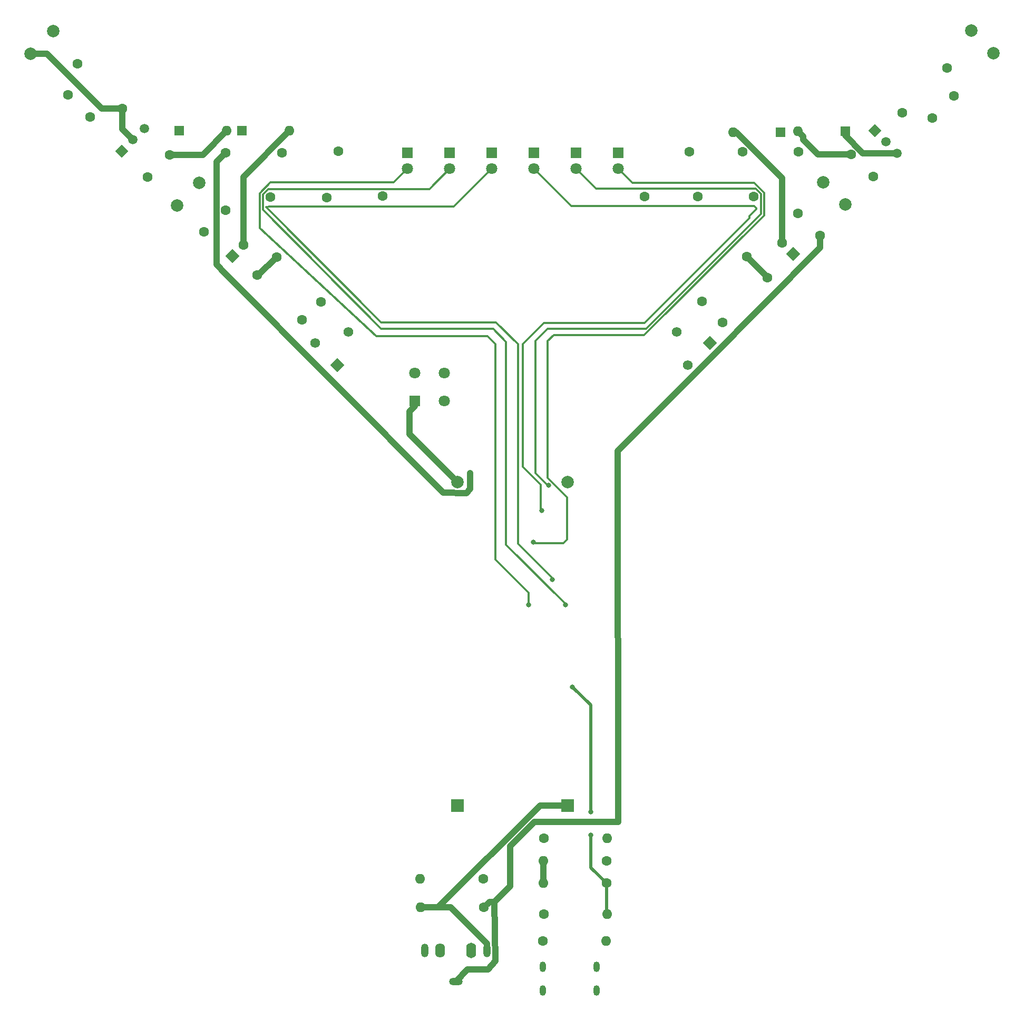
<source format=gbr>
%TF.GenerationSoftware,KiCad,Pcbnew,8.0.7*%
%TF.CreationDate,2025-02-10T18:12:50+08:00*%
%TF.ProjectId,bb-0.4,62622d30-2e34-42e6-9b69-6361645f7063,rev?*%
%TF.SameCoordinates,Original*%
%TF.FileFunction,Copper,L2,Bot*%
%TF.FilePolarity,Positive*%
%FSLAX46Y46*%
G04 Gerber Fmt 4.6, Leading zero omitted, Abs format (unit mm)*
G04 Created by KiCad (PCBNEW 8.0.7) date 2025-02-10 18:12:50*
%MOMM*%
%LPD*%
G01*
G04 APERTURE LIST*
G04 Aperture macros list*
%AMHorizOval*
0 Thick line with rounded ends*
0 $1 width*
0 $2 $3 position (X,Y) of the first rounded end (center of the circle)*
0 $4 $5 position (X,Y) of the second rounded end (center of the circle)*
0 Add line between two ends*
20,1,$1,$2,$3,$4,$5,0*
0 Add two circle primitives to create the rounded ends*
1,1,$1,$2,$3*
1,1,$1,$4,$5*%
%AMRotRect*
0 Rectangle, with rotation*
0 The origin of the aperture is its center*
0 $1 length*
0 $2 width*
0 $3 Rotation angle, in degrees counterclockwise*
0 Add horizontal line*
21,1,$1,$2,0,0,$3*%
G04 Aperture macros list end*
%TA.AperFunction,ComponentPad*%
%ADD10RotRect,1.500000X1.500000X45.000000*%
%TD*%
%TA.AperFunction,ComponentPad*%
%ADD11C,1.500000*%
%TD*%
%TA.AperFunction,ComponentPad*%
%ADD12RotRect,1.500000X1.500000X315.000000*%
%TD*%
%TA.AperFunction,ComponentPad*%
%ADD13R,1.800000X1.800000*%
%TD*%
%TA.AperFunction,ComponentPad*%
%ADD14C,1.800000*%
%TD*%
%TA.AperFunction,ComponentPad*%
%ADD15C,1.600000*%
%TD*%
%TA.AperFunction,ComponentPad*%
%ADD16O,1.600000X1.600000*%
%TD*%
%TA.AperFunction,ComponentPad*%
%ADD17O,1.000000X1.700000*%
%TD*%
%TA.AperFunction,ComponentPad*%
%ADD18R,1.600000X1.600000*%
%TD*%
%TA.AperFunction,ComponentPad*%
%ADD19HorizOval,1.600000X0.000000X0.000000X0.000000X0.000000X0*%
%TD*%
%TA.AperFunction,ComponentPad*%
%ADD20HorizOval,1.600000X0.000000X0.000000X0.000000X0.000000X0*%
%TD*%
%TA.AperFunction,ComponentPad*%
%ADD21HorizOval,1.600000X0.000000X0.000000X0.000000X0.000000X0*%
%TD*%
%TA.AperFunction,ComponentPad*%
%ADD22RotRect,1.600000X1.600000X135.000000*%
%TD*%
%TA.AperFunction,ComponentPad*%
%ADD23RotRect,1.560000X1.560000X135.000000*%
%TD*%
%TA.AperFunction,ComponentPad*%
%ADD24C,1.560000*%
%TD*%
%TA.AperFunction,ComponentPad*%
%ADD25C,2.000000*%
%TD*%
%TA.AperFunction,ComponentPad*%
%ADD26HorizOval,1.600000X0.000000X0.000000X0.000000X0.000000X0*%
%TD*%
%TA.AperFunction,ComponentPad*%
%ADD27RotRect,1.560000X1.560000X225.000000*%
%TD*%
%TA.AperFunction,ComponentPad*%
%ADD28RotRect,1.600000X1.600000X45.000000*%
%TD*%
%TA.AperFunction,ComponentPad*%
%ADD29O,1.600000X2.500000*%
%TD*%
%TA.AperFunction,ComponentPad*%
%ADD30O,1.200000X2.200000*%
%TD*%
%TA.AperFunction,ComponentPad*%
%ADD31O,2.200000X1.200000*%
%TD*%
%TA.AperFunction,ComponentPad*%
%ADD32O,1.600000X2.300000*%
%TD*%
%TA.AperFunction,ComponentPad*%
%ADD33R,2.000000X2.000000*%
%TD*%
%TA.AperFunction,ViaPad*%
%ADD34C,0.800000*%
%TD*%
%TA.AperFunction,Conductor*%
%ADD35C,0.300000*%
%TD*%
%TA.AperFunction,Conductor*%
%ADD36C,0.500000*%
%TD*%
%TA.AperFunction,Conductor*%
%ADD37C,1.000000*%
%TD*%
G04 APERTURE END LIST*
D10*
%TO.P,Q1,1,C*%
%TO.N,Net-(Q1-C)*%
X44658507Y-53450610D03*
D11*
%TO.P,Q1,2,B*%
%TO.N,Net-(Q1-B)*%
X46454558Y-51654559D03*
%TO.P,Q1,3,E*%
%TO.N,GND1*%
X48250609Y-49858508D03*
%TD*%
D12*
%TO.P,Q2,1,C*%
%TO.N,Net-(Q2-C)*%
X165607898Y-50207898D03*
D11*
%TO.P,Q2,2,B*%
%TO.N,Net-(Q2-B)*%
X167403949Y-52003949D03*
%TO.P,Q2,3,E*%
%TO.N,GND2*%
X169200000Y-53800000D03*
%TD*%
D13*
%TO.P,SW1,1,A*%
%TO.N,Net-(Battery1--)*%
X91700000Y-93600000D03*
D14*
%TO.P,SW1,2,B*%
%TO.N,GND1*%
X91700000Y-89100000D03*
%TO.P,SW1,3,A*%
%TO.N,Net-(Battery2--)*%
X96500000Y-93600000D03*
%TO.P,SW1,4,B*%
%TO.N,GND2*%
X96500000Y-89100000D03*
%TD*%
D15*
%TO.P,R19,1*%
%TO.N,Net-(U1-GND)*%
X122500000Y-171110000D03*
D16*
%TO.P,R19,2*%
%TO.N,L-*%
X112340000Y-171110000D03*
%TD*%
D15*
%TO.P,R18,1*%
%TO.N,Net-(U1-ADC)*%
X112430000Y-163920000D03*
D16*
%TO.P,R18,2*%
%TO.N,R+*%
X122590000Y-163920000D03*
%TD*%
%TO.P,R17,2*%
%TO.N,L-*%
X112379999Y-167530000D03*
D15*
%TO.P,R17,1*%
%TO.N,R+*%
X122539999Y-167530000D03*
%TD*%
D17*
%TO.P,J4,S1,SHIELD*%
%TO.N,unconnected-(J4-SHIELD-PadS1)_2*%
X120910000Y-188350000D03*
%TO.N,unconnected-(J4-SHIELD-PadS1)_3*%
X120910000Y-184550000D03*
%TO.N,unconnected-(J4-SHIELD-PadS1)*%
X112270000Y-188350000D03*
%TO.N,unconnected-(J4-SHIELD-PadS1)_1*%
X112270000Y-184550000D03*
%TD*%
D15*
%TO.P,C4,1*%
%TO.N,L+*%
X57832233Y-66467767D03*
%TO.P,C4,2*%
%TO.N,L-*%
X61367767Y-62932233D03*
%TD*%
D18*
%TO.P,D3,1,K*%
%TO.N,GND2*%
X160900000Y-50300000D03*
D16*
%TO.P,D3,2,A*%
%TO.N,Net-(D3-A)*%
X153280000Y-50300000D03*
%TD*%
D15*
%TO.P,R15,1*%
%TO.N,Net-(U1-GND)*%
X144392103Y-53557898D03*
D19*
%TO.P,R15,2*%
%TO.N,Net-(D9-K)*%
X137207898Y-60742103D03*
%TD*%
D15*
%TO.P,R16,1*%
%TO.N,Net-(U1-GND)*%
X153342103Y-53600000D03*
D19*
%TO.P,R16,2*%
%TO.N,Net-(D10-K)*%
X146157898Y-60784205D03*
%TD*%
D15*
%TO.P,R12,1*%
%TO.N,Net-(U1-GND)*%
X70361846Y-53715795D03*
D20*
%TO.P,R12,2*%
%TO.N,Net-(D6-K)*%
X77546051Y-60900000D03*
%TD*%
D13*
%TO.P,D6,1,K*%
%TO.N,Net-(D6-K)*%
X97303673Y-53760000D03*
D14*
%TO.P,D6,2,A*%
%TO.N,Net-(D6-A)*%
X97303673Y-56300000D03*
%TD*%
D18*
%TO.P,D2,1,K*%
%TO.N,Net-(D1-A)*%
X63990001Y-50200000D03*
D16*
%TO.P,D2,2,A*%
%TO.N,Net-(D2-A)*%
X71610001Y-50200000D03*
%TD*%
D15*
%TO.P,R10,1*%
%TO.N,Net-(J4-CC1)*%
X112425000Y-176125000D03*
D16*
%TO.P,R10,2*%
%TO.N,Net-(U1-GND)*%
X122585000Y-176125000D03*
%TD*%
D15*
%TO.P,R13,1*%
%TO.N,Net-(U1-GND)*%
X79415794Y-53515795D03*
D20*
%TO.P,R13,2*%
%TO.N,Net-(D7-K)*%
X86599999Y-60700000D03*
%TD*%
D15*
%TO.P,R1,1*%
%TO.N,Net-(D2-A)*%
X73600000Y-80600000D03*
D21*
%TO.P,R1,2*%
%TO.N,Net-(C1-Pad2)*%
X66415795Y-73415795D03*
%TD*%
D15*
%TO.P,R14,1*%
%TO.N,Net-(U1-GND)*%
X135792103Y-53607898D03*
D19*
%TO.P,R14,2*%
%TO.N,Net-(D8-K)*%
X128607898Y-60792103D03*
%TD*%
D15*
%TO.P,R4,1*%
%TO.N,Net-(C10-Pad1)*%
X145082103Y-70447898D03*
D19*
%TO.P,R4,2*%
%TO.N,Net-(R4-Pad2)*%
X137897898Y-77632103D03*
%TD*%
D15*
%TO.P,C12,1*%
%TO.N,R+*%
X153314466Y-63514466D03*
%TO.P,C12,2*%
%TO.N,L-*%
X156850000Y-67050000D03*
%TD*%
%TO.P,R7,1*%
%TO.N,L-*%
X102710000Y-170420000D03*
D16*
%TO.P,R7,2*%
%TO.N,L+*%
X92550000Y-170420000D03*
%TD*%
D22*
%TO.P,C10,1*%
%TO.N,Net-(C10-Pad1)*%
X152500000Y-70000000D03*
D15*
%TO.P,C10,2*%
%TO.N,Net-(D4-A)*%
X150732233Y-68232233D03*
%TD*%
%TO.P,C11,1*%
%TO.N,Net-(D3-A)*%
X161832233Y-54032233D03*
%TO.P,C11,2*%
%TO.N,Net-(Q2-C)*%
X165367767Y-57567767D03*
%TD*%
D23*
%TO.P,RV1,1,1*%
%TO.N,Net-(R2-Pad2)*%
X79291745Y-87835534D03*
D24*
%TO.P,RV1,2,2*%
X81059512Y-82532233D03*
%TO.P,RV1,3,3*%
%TO.N,L+*%
X75756211Y-84300000D03*
%TD*%
D13*
%TO.P,D5,1,K*%
%TO.N,Net-(D5-K)*%
X90550000Y-53760000D03*
D14*
%TO.P,D5,2,A*%
%TO.N,Net-(D5-A)*%
X90550000Y-56300000D03*
%TD*%
D18*
%TO.P,D4,1,K*%
%TO.N,Net-(D3-A)*%
X150500000Y-50400000D03*
D16*
%TO.P,D4,2,A*%
%TO.N,Net-(D4-A)*%
X142880000Y-50400000D03*
%TD*%
D13*
%TO.P,D10,1,K*%
%TO.N,Net-(D10-K)*%
X124439775Y-53760000D03*
D14*
%TO.P,D10,2,A*%
%TO.N,Net-(D10-A)*%
X124439775Y-56300000D03*
%TD*%
D15*
%TO.P,R11,1*%
%TO.N,Net-(U1-GND)*%
X61307898Y-53707898D03*
D20*
%TO.P,R11,2*%
%TO.N,Net-(D5-K)*%
X68492103Y-60892103D03*
%TD*%
D25*
%TO.P,L4,1,1*%
%TO.N,Net-(Q2-C)*%
X157303949Y-58453949D03*
%TO.P,L4,2,2*%
%TO.N,L-*%
X160896051Y-62046051D03*
%TD*%
D15*
%TO.P,R3,1*%
%TO.N,Net-(D4-A)*%
X141177898Y-80962103D03*
D26*
%TO.P,R3,2*%
%TO.N,Net-(C10-Pad1)*%
X148362103Y-73777898D03*
%TD*%
D18*
%TO.P,D1,1,K*%
%TO.N,GND1*%
X53890000Y-50200000D03*
D16*
%TO.P,D1,2,A*%
%TO.N,Net-(D1-A)*%
X61510000Y-50200000D03*
%TD*%
D15*
%TO.P,R5,1*%
%TO.N,Net-(C1-Pad2)*%
X37507898Y-39407898D03*
D20*
%TO.P,R5,2*%
%TO.N,Net-(Q1-B)*%
X44692103Y-46592103D03*
%TD*%
D15*
%TO.P,C3,1*%
%TO.N,Net-(D1-A)*%
X52335534Y-54064466D03*
%TO.P,C3,2*%
%TO.N,Net-(Q1-C)*%
X48800000Y-57600000D03*
%TD*%
D25*
%TO.P,L1,1,1*%
%TO.N,Net-(C1-Pad2)*%
X33600000Y-34200000D03*
%TO.P,L1,2,2*%
%TO.N,Net-(Q1-B)*%
X30007898Y-37792102D03*
%TD*%
%TO.P,L5,1,1*%
%TO.N,Net-(C10-Pad1)*%
X184700000Y-37700000D03*
%TO.P,L5,2,2*%
%TO.N,Net-(Q2-B)*%
X181107898Y-34107898D03*
%TD*%
D16*
%TO.P,R9,2*%
%TO.N,Net-(U1-GND)*%
X122465000Y-180425000D03*
D15*
%TO.P,R9,1*%
%TO.N,Net-(J4-CC2)*%
X112305000Y-180425000D03*
%TD*%
%TO.P,R6,1*%
%TO.N,Net-(C10-Pad1)*%
X177200000Y-40100000D03*
D19*
%TO.P,R6,2*%
%TO.N,Net-(Q2-B)*%
X170015795Y-47284205D03*
%TD*%
D27*
%TO.P,RV2,1,1*%
%TO.N,Net-(R4-Pad2)*%
X139100000Y-84300000D03*
D24*
%TO.P,RV2,2,2*%
X133796699Y-82532233D03*
%TO.P,RV2,3,3*%
%TO.N,R+*%
X135564466Y-87835534D03*
%TD*%
D28*
%TO.P,C2,1*%
%TO.N,Net-(C1-Pad2)*%
X62447856Y-70352144D03*
D15*
%TO.P,C2,2*%
%TO.N,Net-(D2-A)*%
X64215623Y-68584377D03*
%TD*%
%TO.P,C1,1*%
%TO.N,GND1*%
X39567767Y-47967767D03*
%TO.P,C1,2*%
%TO.N,Net-(C1-Pad2)*%
X36032233Y-44432233D03*
%TD*%
%TO.P,R8,1*%
%TO.N,L-*%
X102840000Y-175020000D03*
D16*
%TO.P,R8,2*%
%TO.N,R+*%
X92680000Y-175020000D03*
%TD*%
D13*
%TO.P,D8,1,K*%
%TO.N,Net-(D8-K)*%
X110839775Y-53760000D03*
D14*
%TO.P,D8,2,A*%
%TO.N,Net-(D8-A)*%
X110839775Y-56300000D03*
%TD*%
D29*
%TO.P,J2,TN*%
%TO.N,unconnected-(J2-PadTN)*%
X100800000Y-181940000D03*
D30*
%TO.P,J2,T*%
%TO.N,R+*%
X103300000Y-181940000D03*
D31*
%TO.P,J2,S*%
%TO.N,L-*%
X98300000Y-186940000D03*
D32*
%TO.P,J2,RN*%
%TO.N,unconnected-(J2-PadRN)*%
X95800000Y-181940000D03*
D30*
%TO.P,J2,R*%
%TO.N,L+*%
X93300000Y-181940000D03*
%TD*%
D13*
%TO.P,D9,1,K*%
%TO.N,Net-(D9-K)*%
X117639775Y-53760000D03*
D14*
%TO.P,D9,2,A*%
%TO.N,Net-(D9-A)*%
X117639775Y-56300000D03*
%TD*%
D13*
%TO.P,D7,1,K*%
%TO.N,Net-(D7-K)*%
X104057346Y-53760000D03*
D14*
%TO.P,D7,2,A*%
%TO.N,Net-(D7-A)*%
X104057346Y-56300000D03*
%TD*%
D15*
%TO.P,R2,1*%
%TO.N,Net-(C1-Pad2)*%
X69507898Y-70507898D03*
D20*
%TO.P,R2,2*%
%TO.N,Net-(R2-Pad2)*%
X76692103Y-77692103D03*
%TD*%
D15*
%TO.P,C8,1*%
%TO.N,GND2*%
X174832233Y-48167767D03*
%TO.P,C8,2*%
%TO.N,Net-(C10-Pad1)*%
X178367767Y-44632233D03*
%TD*%
D25*
%TO.P,L2,1,1*%
%TO.N,Net-(Q1-C)*%
X53503949Y-62196051D03*
%TO.P,L2,2,2*%
%TO.N,L-*%
X57096051Y-58603949D03*
%TD*%
D33*
%TO.P,Battery2,1,+*%
%TO.N,R+*%
X116265225Y-158650000D03*
D25*
%TO.P,Battery2,2,-*%
%TO.N,Net-(Battery2--)*%
X116265225Y-106660000D03*
%TD*%
D33*
%TO.P,Battery1,1,+*%
%TO.N,L+*%
X98570225Y-158650000D03*
D25*
%TO.P,Battery1,2,-*%
%TO.N,Net-(Battery1--)*%
X98570225Y-106660000D03*
%TD*%
D34*
%TO.N,Net-(U1-GND)*%
X117070000Y-139590000D03*
X120010000Y-163350000D03*
X119990000Y-159620000D03*
X100600000Y-105200000D03*
%TO.N,Net-(D8-A)*%
X112100000Y-111200000D03*
%TO.N,Net-(D6-A)*%
X115900000Y-126400000D03*
%TO.N,Net-(D5-A)*%
X110000000Y-126400000D03*
%TO.N,Net-(D7-A)*%
X113800000Y-122300000D03*
%TO.N,Net-(D9-A)*%
X113200000Y-107200000D03*
%TO.N,Net-(D10-A)*%
X110800000Y-116300000D03*
%TD*%
D35*
%TO.N,Net-(D7-A)*%
X113700000Y-122200000D02*
X113800000Y-122300000D01*
X108300000Y-116600000D02*
X113700000Y-122000000D01*
X108300000Y-84500000D02*
X108300000Y-116600000D01*
X104800000Y-81000000D02*
X108300000Y-84500000D01*
X68250000Y-62900000D02*
X86300000Y-81000000D01*
X113700000Y-122000000D02*
X113700000Y-122200000D01*
X68537868Y-62350000D02*
X67810000Y-62450000D01*
X67810000Y-62450000D02*
X68250000Y-62900000D01*
X98000000Y-62350000D02*
X68537868Y-62350000D01*
X99050000Y-61300000D02*
X98000000Y-62350000D01*
X99057346Y-61300000D02*
X99050000Y-61300000D01*
X86300000Y-81000000D02*
X104800000Y-81000000D01*
X104057346Y-56300000D02*
X99057346Y-61300000D01*
D36*
%TO.N,Net-(U1-GND)*%
X119990000Y-142510000D02*
X117070000Y-139590000D01*
X119990000Y-159620000D02*
X119990000Y-142510000D01*
X120010000Y-168620000D02*
X120010000Y-163350000D01*
X122500000Y-171110000D02*
X120010000Y-168620000D01*
D37*
%TO.N,L-*%
X112340000Y-167569999D02*
X112379999Y-167530000D01*
X112340000Y-171110000D02*
X112340000Y-167569999D01*
D36*
%TO.N,Net-(U1-GND)*%
X122500000Y-175560000D02*
X122500000Y-171110000D01*
X122585000Y-176125000D02*
X122585000Y-175645000D01*
X122585000Y-175645000D02*
X122500000Y-175560000D01*
D37*
%TO.N,Net-(Battery1--)*%
X91700000Y-94490000D02*
X91700000Y-93600000D01*
X90900000Y-95290000D02*
X91700000Y-94490000D01*
X98570225Y-106660000D02*
X90900000Y-98989775D01*
X90900000Y-98989775D02*
X90900000Y-95290000D01*
%TO.N,L-*%
X103450000Y-185010000D02*
X100230000Y-185010000D01*
X100230000Y-185010000D02*
X98300000Y-186940000D01*
X104650000Y-183650000D02*
X103450000Y-185010000D01*
X104510000Y-174120000D02*
X104650000Y-183650000D01*
%TO.N,Net-(C10-Pad1)*%
X148362103Y-73727898D02*
X145082103Y-70447898D01*
X148362103Y-73777898D02*
X148362103Y-73727898D01*
%TO.N,R+*%
X103300000Y-180840000D02*
X103300000Y-181940000D01*
X97480000Y-175020000D02*
X103300000Y-180840000D01*
X92680000Y-175020000D02*
X97480000Y-175020000D01*
X95482944Y-175020000D02*
X92680000Y-175020000D01*
X111852944Y-158650000D02*
X95482944Y-175020000D01*
X116265225Y-158650000D02*
X111852944Y-158650000D01*
%TO.N,L-*%
X103740000Y-174120000D02*
X102840000Y-175020000D01*
X110900000Y-161300000D02*
X107020000Y-165180000D01*
X124330225Y-101669775D02*
X124440000Y-161300000D01*
X124440000Y-161300000D02*
X110900000Y-161300000D01*
X138700000Y-87300000D02*
X124330225Y-101669775D01*
X107020000Y-171610000D02*
X104510000Y-174120000D01*
X107020000Y-165180000D02*
X107020000Y-171610000D01*
X156850000Y-67050000D02*
X156850000Y-69020000D01*
X156850000Y-69020000D02*
X138700000Y-87300000D01*
X104510000Y-174120000D02*
X103740000Y-174120000D01*
%TO.N,Net-(C1-Pad2)*%
X66600001Y-73415795D02*
X69507898Y-70507898D01*
X66415795Y-73415795D02*
X66600001Y-73415795D01*
%TO.N,Net-(D2-A)*%
X64215623Y-68584377D02*
X64215623Y-57594378D01*
X64215623Y-57594378D02*
X71610001Y-50200000D01*
%TO.N,Net-(D1-A)*%
X57645534Y-54064466D02*
X61510000Y-50200000D01*
X52335534Y-54064466D02*
X57645534Y-54064466D01*
%TO.N,Net-(U1-GND)*%
X96300000Y-108350000D02*
X96310000Y-108360000D01*
X59867767Y-71729522D02*
X61325717Y-73225717D01*
%TO.N,R+*%
X153342103Y-63486829D02*
X153314466Y-63514466D01*
%TO.N,Net-(U1-GND)*%
X61307898Y-53707898D02*
X59867767Y-55148029D01*
X100600000Y-107800000D02*
X100600000Y-105200000D01*
X122465000Y-176245000D02*
X122585000Y-176125000D01*
X59867767Y-55148029D02*
X59867767Y-71729522D01*
X96310000Y-108360000D02*
X100000000Y-108400000D01*
X61325717Y-73225717D02*
X96300000Y-108350000D01*
X100000000Y-108400000D02*
X100600000Y-107800000D01*
%TO.N,Net-(D4-A)*%
X150732233Y-68232233D02*
X150732233Y-57776707D01*
X143355526Y-50400000D02*
X142880000Y-50400000D01*
X150732233Y-57776707D02*
X143355526Y-50400000D01*
%TO.N,Net-(D3-A)*%
X154100000Y-51600000D02*
X154100000Y-51120000D01*
X154100000Y-51120000D02*
X153280000Y-50300000D01*
X161832233Y-54032233D02*
X156532233Y-54032233D01*
X156532233Y-54032233D02*
X154100000Y-51600000D01*
%TO.N,Net-(Q1-B)*%
X41392103Y-46592103D02*
X44692103Y-46592103D01*
X30007898Y-37792102D02*
X32592102Y-37792102D01*
X32592102Y-37792102D02*
X41392103Y-46592103D01*
X44692103Y-49892104D02*
X46454558Y-51654559D01*
X44692103Y-46592103D02*
X44692103Y-49892104D01*
%TO.N,GND2*%
X169200000Y-53800000D02*
X163721321Y-53800000D01*
X163721321Y-53800000D02*
X160900000Y-50978679D01*
X160900000Y-50978679D02*
X160900000Y-50300000D01*
D35*
%TO.N,Net-(D8-A)*%
X128612546Y-81100000D02*
X112450000Y-81100000D01*
X116200000Y-61650000D02*
X116850000Y-62300000D01*
X145444016Y-63891953D02*
X145444016Y-64268530D01*
X109100000Y-104200000D02*
X112000000Y-107100000D01*
X146550680Y-62760464D02*
X145444016Y-63891953D01*
X116850000Y-62300000D02*
X146213094Y-62300000D01*
X146213094Y-62300000D02*
X146550680Y-62637586D01*
X112000000Y-111100000D02*
X112100000Y-111200000D01*
X146550680Y-62637586D02*
X146550680Y-62760464D01*
X110839775Y-56300000D02*
X116189775Y-61650000D01*
X109100000Y-84450000D02*
X109100000Y-104200000D01*
X116189775Y-61650000D02*
X116200000Y-61650000D01*
X112450000Y-81100000D02*
X109100000Y-84450000D01*
X145444016Y-64268530D02*
X128612546Y-81100000D01*
X112000000Y-107100000D02*
X112000000Y-111100000D01*
%TO.N,Net-(D6-A)*%
X97303673Y-56300000D02*
X94053673Y-59550000D01*
X115900000Y-126200000D02*
X115900000Y-126400000D01*
X68207860Y-59550000D02*
X67300000Y-60457860D01*
X86300000Y-82000000D02*
X104300000Y-82000000D01*
X104300000Y-82000000D02*
X106400000Y-84100000D01*
X106400000Y-84100000D02*
X106400000Y-116700000D01*
X115700000Y-126000000D02*
X115900000Y-126200000D01*
X106400000Y-116700000D02*
X115700000Y-126000000D01*
X94053673Y-59550000D02*
X68207860Y-59550000D01*
X67300000Y-60457860D02*
X67300000Y-62900000D01*
X67300000Y-62900000D02*
X86300000Y-82000000D01*
%TO.N,Net-(D5-A)*%
X104700000Y-119100000D02*
X110000000Y-124400000D01*
X90550000Y-56300000D02*
X88350000Y-58500000D01*
X66800000Y-60250754D02*
X66800000Y-65850000D01*
X85500000Y-83200000D02*
X103400000Y-83200000D01*
X66800000Y-65850000D02*
X85500000Y-83200000D01*
X103400000Y-83200000D02*
X104700000Y-84500000D01*
X104700000Y-84500000D02*
X104700000Y-119100000D01*
X110000000Y-124400000D02*
X110000000Y-126400000D01*
X68550754Y-58500000D02*
X66800000Y-60250754D01*
X88350000Y-58500000D02*
X68550754Y-58500000D01*
%TO.N,Net-(D9-A)*%
X117639775Y-56300000D02*
X120839775Y-59500000D01*
X111100001Y-105200001D02*
X113100000Y-107200000D01*
X111100001Y-83999999D02*
X111100001Y-105200001D01*
X147350000Y-63570000D02*
X128870000Y-82050000D01*
X147350000Y-60349961D02*
X147350000Y-63570000D01*
X128870000Y-82050000D02*
X113050000Y-82050000D01*
X120839775Y-59500000D02*
X146500039Y-59500000D01*
X146500039Y-59500000D02*
X147350000Y-60349961D01*
X113100000Y-107200000D02*
X113200000Y-107200000D01*
X113050000Y-82050000D02*
X111100001Y-83999999D01*
%TO.N,Net-(D10-A)*%
X111000000Y-116500000D02*
X110800000Y-116300000D01*
X126689775Y-58550000D02*
X146257145Y-58550000D01*
X116200000Y-115900000D02*
X116100000Y-116000000D01*
X147850000Y-60142855D02*
X147850000Y-63777106D01*
X124439775Y-56300000D02*
X126689775Y-58550000D01*
X113100000Y-84000000D02*
X113100000Y-85200000D01*
X115600000Y-116500000D02*
X112000000Y-116500000D01*
X147850000Y-63777106D02*
X128577106Y-83050000D01*
X113100000Y-106000000D02*
X116200000Y-109100000D01*
X146257145Y-58550000D02*
X147850000Y-60142855D01*
X113100000Y-85200000D02*
X113100000Y-106000000D01*
X114050000Y-83050000D02*
X113100000Y-84000000D01*
X116100000Y-116000000D02*
X115600000Y-116500000D01*
X116200000Y-109100000D02*
X116200000Y-115900000D01*
X128577106Y-83050000D02*
X114050000Y-83050000D01*
X112000000Y-116500000D02*
X111000000Y-116500000D01*
%TD*%
M02*

</source>
